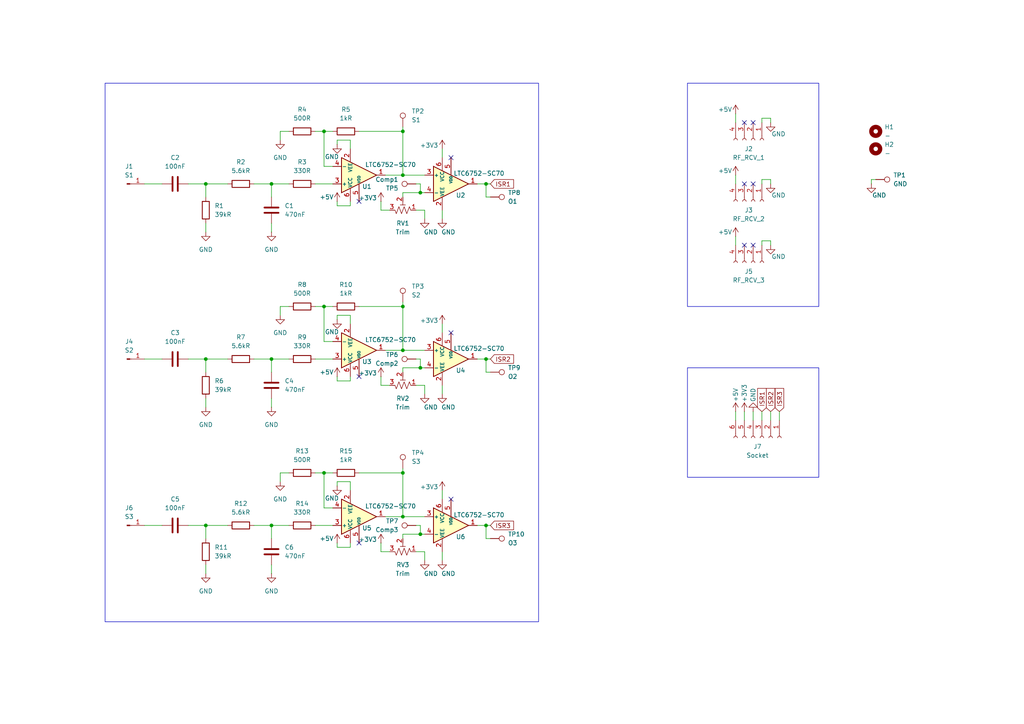
<source format=kicad_sch>
(kicad_sch (version 20231120) (generator "eeschema") (generator_version "8.0")
  (paper "A4")
  (lib_symbols
    (symbol "Comparator:LTC6752xSC6-4" (pin_names (offset 0.127))
      (property "Reference" "U" (at 3.81 -5.08 0))
      (property "Value" "LTC6752xSC6-4" (at 3.81 -7.62 0))
      (symbol "LTC6752xSC6-4_1_1"
        (polyline (pts (xy -5.08 5.08) (xy 5.08 0) (xy -5.08 -5.08) (xy -5.08 5.08)) (stroke (width 0.254)) (fill (type background)))
        (pin output line (at 7.62 0 180) (length 2.54) (name "~") (number "1"))
        (pin power_in line (at -2.54 -7.62 90) (length 3.81) (name "VEE") (number "2"))
        (pin input line (at -7.62 2.54 0) (length 2.54) (name "+") (number "3"))
        (pin input line (at -7.62 -2.54 0) (length 2.54) (name "-") (number "4"))
        (pin power_in line (at 0 7.62 270) (length 5.08) (name "VDD") (number "5"))
        (pin power_in line (at -2.54 7.62 270) (length 3.81) (name "VCC") (number "6"))
      )
    )
    (symbol "Connector:Conn_01x01_Pin" (pin_names (offset 1.016) hide)
      (property "Reference" "J" (at 0 2.54 0))
      (property "Value" "Conn_01x01_Pin" (at 0 -2.54 0))
      (symbol "Conn_01x01_Pin_1_1"
        (polyline (pts (xy 1.27 0) (xy 0.8636 0)) (stroke (width 0.1524)))
        (rectangle (start 0.8636 0.127) (end 0 -0.127) (stroke (width 0.1524)) (fill (type outline)))
        (pin passive line (at 5.08 0 180) (length 3.81) (name "Pin_1") (number "1"))
      )
    )
    (symbol "Connector:Conn_01x04_Socket" (pin_names (offset 1.016) hide)
      (property "Reference" "J" (at 0 5.08 0))
      (property "Value" "Conn_01x04_Socket" (at 0 -7.62 0))
      (symbol "Conn_01x04_Socket_1_1"
        (arc (start 0 -4.572) (mid -0.5058 -5.08) (end 0 -5.588) (stroke (width 0.1524)))
        (arc (start 0 -2.032) (mid -0.5058 -2.54) (end 0 -3.048) (stroke (width 0.1524)))
        (polyline (pts (xy -1.27 -5.08) (xy -0.508 -5.08)) (stroke (width 0.1524)))
        (polyline (pts (xy -1.27 -2.54) (xy -0.508 -2.54)) (stroke (width 0.1524)))
        (polyline (pts (xy -1.27 0) (xy -0.508 0)) (stroke (width 0.1524)))
        (polyline (pts (xy -1.27 2.54) (xy -0.508 2.54)) (stroke (width 0.1524)))
        (arc (start 0 0.508) (mid -0.5058 0) (end 0 -0.508) (stroke (width 0.1524)))
        (arc (start 0 3.048) (mid -0.5058 2.54) (end 0 2.032) (stroke (width 0.1524)))
        (pin passive line (at -5.08 2.54 0) (length 3.81) (name "Pin_1") (number "1"))
        (pin passive line (at -5.08 0 0) (length 3.81) (name "Pin_2") (number "2"))
        (pin passive line (at -5.08 -2.54 0) (length 3.81) (name "Pin_3") (number "3"))
        (pin passive line (at -5.08 -5.08 0) (length 3.81) (name "Pin_4") (number "4"))
      )
    )
    (symbol "Connector:Conn_01x06_Socket" (pin_names (offset 1.016) hide)
      (property "Reference" "J" (at 0 7.62 0))
      (property "Value" "Conn_01x06_Socket" (at 0 -10.16 0))
      (symbol "Conn_01x06_Socket_1_1"
        (arc (start 0 -7.112) (mid -0.5058 -7.62) (end 0 -8.128) (stroke (width 0.1524)))
        (arc (start 0 -4.572) (mid -0.5058 -5.08) (end 0 -5.588) (stroke (width 0.1524)))
        (arc (start 0 -2.032) (mid -0.5058 -2.54) (end 0 -3.048) (stroke (width 0.1524)))
        (polyline (pts (xy -1.27 -7.62) (xy -0.508 -7.62)) (stroke (width 0.1524)))
        (polyline (pts (xy -1.27 -5.08) (xy -0.508 -5.08)) (stroke (width 0.1524)))
        (polyline (pts (xy -1.27 -2.54) (xy -0.508 -2.54)) (stroke (width 0.1524)))
        (polyline (pts (xy -1.27 0) (xy -0.508 0)) (stroke (width 0.1524)))
        (polyline (pts (xy -1.27 2.54) (xy -0.508 2.54)) (stroke (width 0.1524)))
        (polyline (pts (xy -1.27 5.08) (xy -0.508 5.08)) (stroke (width 0.1524)))
        (arc (start 0 0.508) (mid -0.5058 0) (end 0 -0.508) (stroke (width 0.1524)))
        (arc (start 0 3.048) (mid -0.5058 2.54) (end 0 2.032) (stroke (width 0.1524)))
        (arc (start 0 5.588) (mid -0.5058 5.08) (end 0 4.572) (stroke (width 0.1524)))
        (pin passive line (at -5.08 5.08 0) (length 3.81) (name "Pin_1") (number "1"))
        (pin passive line (at -5.08 2.54 0) (length 3.81) (name "Pin_2") (number "2"))
        (pin passive line (at -5.08 0 0) (length 3.81) (name "Pin_3") (number "3"))
        (pin passive line (at -5.08 -2.54 0) (length 3.81) (name "Pin_4") (number "4"))
        (pin passive line (at -5.08 -5.08 0) (length 3.81) (name "Pin_5") (number "5"))
        (pin passive line (at -5.08 -7.62 0) (length 3.81) (name "Pin_6") (number "6"))
      )
    )
    (symbol "Connector:TestPoint" (pin_numbers hide) (pin_names (offset 0.762) hide)
      (property "Reference" "TP" (at 0 6.858 0))
      (property "Value" "TestPoint" (at 0 5.08 0))
      (symbol "TestPoint_0_1"
        (circle (center 0 3.302) (radius 0.762))
      )
      (symbol "TestPoint_1_1"
        (pin passive line (at 0 0 90) (length 2.54) (name "1") (number "1"))
      )
    )
    (symbol "Device:C" (pin_numbers hide) (pin_names (offset 0.254))
      (property "Reference" "C" (at 0.635 2.54 0))
      (property "Value" "C" (at 0.635 -2.54 0))
      (symbol "C_0_1"
        (polyline (pts (xy -2.032 -0.762) (xy 2.032 -0.762)) (stroke (width 0.508)))
        (polyline (pts (xy -2.032 0.762) (xy 2.032 0.762)) (stroke (width 0.508)))
      )
      (symbol "C_1_1"
        (pin passive line (at 0 3.81 270) (length 2.794) (name "~") (number "1"))
        (pin passive line (at 0 -3.81 90) (length 2.794) (name "~") (number "2"))
      )
    )
    (symbol "Device:R" (pin_numbers hide) (pin_names (offset 0))
      (property "Reference" "R" (at 2.032 0 90))
      (property "Value" "R" (at 0 0 90))
      (symbol "R_0_1"
        (rectangle (start -1.016 -2.54) (end 1.016 2.54) (stroke (width 0.254)))
      )
      (symbol "R_1_1"
        (pin passive line (at 0 3.81 270) (length 1.27) (name "~") (number "1"))
        (pin passive line (at 0 -3.81 90) (length 1.27) (name "~") (number "2"))
      )
    )
    (symbol "Device:R_Potentiometer_Trim_US" (pin_names (offset 1.016) hide)
      (property "Reference" "RV" (at -4.445 0 90))
      (property "Value" "R_Potentiometer_Trim_US" (at -2.54 0 90))
      (symbol "R_Potentiometer_Trim_US_0_1"
        (polyline (pts (xy 0 -2.286) (xy 0 -2.54)))
        (polyline (pts (xy 0 2.286) (xy 0 2.54)))
        (polyline (pts (xy 1.524 0.762) (xy 1.524 -0.762)))
        (polyline (pts (xy 2.54 0) (xy 1.524 0)))
        (polyline (pts (xy 0 -0.762) (xy 1.016 -1.143) (xy 0 -1.524) (xy -1.016 -1.905) (xy 0 -2.286)))
        (polyline (pts (xy 0 0.762) (xy 1.016 0.381) (xy 0 0) (xy -1.016 -0.381) (xy 0 -0.762)))
        (polyline (pts (xy 0 2.286) (xy 1.016 1.905) (xy 0 1.524) (xy -1.016 1.143) (xy 0 0.762)))
      )
      (symbol "R_Potentiometer_Trim_US_1_1"
        (pin passive line (at 0 3.81 270) (length 1.27) (name "1") (number "1"))
        (pin passive line (at 3.81 0 180) (length 1.27) (name "2") (number "2"))
        (pin passive line (at 0 -3.81 90) (length 1.27) (name "3") (number "3"))
      )
    )
    (symbol "Mechanical:MountingHole" (pin_names (offset 1.016)) (exclude_from_sim yes) (in_bom no)
      (property "Reference" "H" (at 0 5.08 0))
      (property "Value" "MountingHole" (at 0 3.175 0))
      (symbol "MountingHole_0_1"
        (circle (center 0 0) (radius 1.27) (stroke (width 1.27)))
      )
    )
    (symbol "power:+3V3" (power) (pin_numbers hide) (pin_names (offset 0) hide)
      (property "Value" "+3V3" (at 0 3.556 0))
      (symbol "+3V3_0_1"
        (polyline (pts (xy -0.762 1.27) (xy 0 2.54)))
        (polyline (pts (xy 0 0) (xy 0 2.54)))
        (polyline (pts (xy 0 2.54) (xy 0.762 1.27)))
      )
      (symbol "+3V3_1_1"
        (pin power_in line (at 0 0 90) (length 0) (name "~") (number "1"))
      )
    )
    (symbol "power:+5V" (power) (pin_numbers hide) (pin_names (offset 0) hide)
      (property "Value" "+5V" (at 0 3.556 0))
      (symbol "+5V_0_1"
        (polyline (pts (xy -0.762 1.27) (xy 0 2.54)))
        (polyline (pts (xy 0 0) (xy 0 2.54)))
        (polyline (pts (xy 0 2.54) (xy 0.762 1.27)))
      )
      (symbol "+5V_1_1"
        (pin power_in line (at 0 0 90) (length 0) (name "~") (number "1"))
      )
    )
    (symbol "power:GND" (power) (pin_numbers hide) (pin_names (offset 0) hide)
      (property "Value" "GND" (at 0 -3.81 0))
      (symbol "GND_0_1"
        (polyline (pts (xy 0 0) (xy 0 -1.27) (xy 1.27 -1.27) (xy 0 -2.54) (xy -1.27 -1.27) (xy 0 -1.27)))
      )
      (symbol "GND_1_1"
        (pin power_in line (at 0 0 270) (length 0) (name "~") (number "1"))
      )
    )
  )
  (junction (at 93.98 38.1))
  (junction (at 116.84 149.86))
  (junction (at 140.97 104.14))
  (junction (at 116.84 38.1))
  (junction (at 59.69 152.4))
  (junction (at 140.97 152.4))
  (junction (at 116.84 50.8))
  (junction (at 78.74 104.14))
  (junction (at 140.97 53.34))
  (junction (at 59.69 53.34))
  (junction (at 121.92 55.88))
  (junction (at 59.69 104.14))
  (junction (at 93.98 88.9))
  (junction (at 116.84 137.16))
  (junction (at 121.92 154.94))
  (junction (at 116.84 101.6))
  (junction (at 78.74 53.34))
  (junction (at 121.92 106.68))
  (junction (at 78.74 152.4))
  (junction (at 93.98 137.16))
  (junction (at 116.84 88.9))
  (no_connect (at 130.81 144.78))
  (no_connect (at 218.44 71.12))
  (no_connect (at 215.9 35.56))
  (no_connect (at 104.14 157.48))
  (no_connect (at 130.81 45.72))
  (no_connect (at 104.14 58.42))
  (no_connect (at 104.14 109.22))
  (no_connect (at 218.44 35.56))
  (no_connect (at 215.9 71.12))
  (no_connect (at 218.44 53.34))
  (no_connect (at 215.9 53.34))
  (no_connect (at 130.81 96.52))
  (wire (pts (xy 97.79 91.44) (xy 101.6 91.44)))
  (wire (pts (xy 128.27 111.76) (xy 128.27 114.3)))
  (wire (pts (xy 128.27 93.98) (xy 128.27 96.52)))
  (wire (pts (xy 110.49 109.22) (xy 110.49 111.76)))
  (wire (pts (xy 93.98 48.26) (xy 93.98 38.1)))
  (wire (pts (xy 123.19 160.02) (xy 123.19 162.56)))
  (wire (pts (xy 91.44 152.4) (xy 96.52 152.4)))
  (wire (pts (xy 252.73 53.34) (xy 252.73 52.07)))
  (wire (pts (xy 59.69 152.4) (xy 59.69 156.21)))
  (wire (pts (xy 213.36 50.8) (xy 213.36 53.34)))
  (wire (pts (xy 97.79 139.7) (xy 101.6 139.7)))
  (wire (pts (xy 101.6 139.7) (xy 101.6 142.24)))
  (wire (pts (xy 83.82 38.1) (xy 81.28 38.1)))
  (wire (pts (xy 78.74 53.34) (xy 78.74 57.15)))
  (wire (pts (xy 91.44 104.14) (xy 96.52 104.14)))
  (wire (pts (xy 101.6 91.44) (xy 101.6 93.98)))
  (wire (pts (xy 91.44 137.16) (xy 93.98 137.16)))
  (wire (pts (xy 83.82 88.9) (xy 81.28 88.9)))
  (wire (pts (xy 223.52 69.85) (xy 223.52 71.12)))
  (wire (pts (xy 97.79 110.49) (xy 101.6 110.49)))
  (wire (pts (xy 91.44 38.1) (xy 93.98 38.1)))
  (wire (pts (xy 91.44 88.9) (xy 93.98 88.9)))
  (wire (pts (xy 93.98 88.9) (xy 96.52 88.9)))
  (wire (pts (xy 220.98 35.56) (xy 220.98 34.29)))
  (wire (pts (xy 93.98 38.1) (xy 96.52 38.1)))
  (wire (pts (xy 78.74 115.57) (xy 78.74 118.11)))
  (wire (pts (xy 96.52 48.26) (xy 93.98 48.26)))
  (wire (pts (xy 220.98 52.07) (xy 223.52 52.07)))
  (wire (pts (xy 120.65 104.14) (xy 121.92 104.14)))
  (wire (pts (xy 59.69 104.14) (xy 59.69 107.95)))
  (wire (pts (xy 213.36 119.38) (xy 213.36 121.92)))
  (wire (pts (xy 78.74 104.14) (xy 78.74 107.95)))
  (wire (pts (xy 138.43 152.4) (xy 140.97 152.4)))
  (wire (pts (xy 116.84 88.9) (xy 116.84 101.6)))
  (wire (pts (xy 97.79 59.69) (xy 101.6 59.69)))
  (wire (pts (xy 116.84 137.16) (xy 116.84 149.86)))
  (wire (pts (xy 140.97 104.14) (xy 140.97 107.95)))
  (wire (pts (xy 116.84 106.68) (xy 121.92 106.68)))
  (wire (pts (xy 97.79 157.48) (xy 97.79 158.75)))
  (wire (pts (xy 138.43 104.14) (xy 140.97 104.14)))
  (wire (pts (xy 140.97 152.4) (xy 140.97 156.21)))
  (wire (pts (xy 116.84 149.86) (xy 123.19 149.86)))
  (wire (pts (xy 83.82 137.16) (xy 81.28 137.16)))
  (wire (pts (xy 97.79 109.22) (xy 97.79 110.49)))
  (wire (pts (xy 218.44 119.38) (xy 218.44 121.92)))
  (wire (pts (xy 128.27 160.02) (xy 128.27 162.56)))
  (wire (pts (xy 81.28 137.16) (xy 81.28 139.7)))
  (wire (pts (xy 111.76 101.6) (xy 116.84 101.6)))
  (wire (pts (xy 41.91 152.4) (xy 46.99 152.4)))
  (wire (pts (xy 123.19 111.76) (xy 123.19 114.3)))
  (wire (pts (xy 93.98 137.16) (xy 96.52 137.16)))
  (wire (pts (xy 116.84 38.1) (xy 116.84 50.8)))
  (wire (pts (xy 78.74 64.77) (xy 78.74 67.31)))
  (wire (pts (xy 54.61 104.14) (xy 59.69 104.14)))
  (wire (pts (xy 140.97 152.4) (xy 142.24 152.4)))
  (wire (pts (xy 110.49 160.02) (xy 113.03 160.02)))
  (wire (pts (xy 97.79 91.44) (xy 97.79 92.71)))
  (wire (pts (xy 66.04 53.34) (xy 59.69 53.34)))
  (wire (pts (xy 223.52 52.07) (xy 223.52 53.34)))
  (wire (pts (xy 110.49 157.48) (xy 110.49 160.02)))
  (wire (pts (xy 120.65 60.96) (xy 123.19 60.96)))
  (wire (pts (xy 220.98 119.38) (xy 220.98 121.92)))
  (wire (pts (xy 81.28 38.1) (xy 81.28 40.64)))
  (wire (pts (xy 121.92 104.14) (xy 121.92 106.68)))
  (wire (pts (xy 93.98 147.32) (xy 93.98 137.16)))
  (wire (pts (xy 78.74 152.4) (xy 78.74 156.21)))
  (wire (pts (xy 78.74 152.4) (xy 83.82 152.4)))
  (wire (pts (xy 140.97 53.34) (xy 142.24 53.34)))
  (wire (pts (xy 73.66 152.4) (xy 78.74 152.4)))
  (wire (pts (xy 116.84 55.88) (xy 121.92 55.88)))
  (wire (pts (xy 128.27 60.96) (xy 128.27 63.5)))
  (wire (pts (xy 97.79 40.64) (xy 101.6 40.64)))
  (wire (pts (xy 73.66 53.34) (xy 78.74 53.34)))
  (wire (pts (xy 120.65 160.02) (xy 123.19 160.02)))
  (wire (pts (xy 97.79 139.7) (xy 97.79 140.97)))
  (wire (pts (xy 54.61 152.4) (xy 59.69 152.4)))
  (wire (pts (xy 120.65 53.34) (xy 121.92 53.34)))
  (wire (pts (xy 97.79 40.64) (xy 97.79 41.91)))
  (wire (pts (xy 110.49 60.96) (xy 113.03 60.96)))
  (wire (pts (xy 111.76 149.86) (xy 116.84 149.86)))
  (wire (pts (xy 220.98 53.34) (xy 220.98 52.07)))
  (wire (pts (xy 97.79 158.75) (xy 101.6 158.75)))
  (wire (pts (xy 59.69 53.34) (xy 59.69 57.15)))
  (wire (pts (xy 116.84 101.6) (xy 123.19 101.6)))
  (wire (pts (xy 116.84 50.8) (xy 123.19 50.8)))
  (wire (pts (xy 116.84 36.83) (xy 116.84 38.1)))
  (wire (pts (xy 81.28 88.9) (xy 81.28 91.44)))
  (wire (pts (xy 223.52 119.38) (xy 223.52 121.92)))
  (wire (pts (xy 220.98 71.12) (xy 220.98 69.85)))
  (wire (pts (xy 41.91 53.34) (xy 46.99 53.34)))
  (wire (pts (xy 91.44 53.34) (xy 96.52 53.34)))
  (wire (pts (xy 78.74 104.14) (xy 83.82 104.14)))
  (wire (pts (xy 121.92 55.88) (xy 123.19 55.88)))
  (wire (pts (xy 96.52 147.32) (xy 93.98 147.32)))
  (wire (pts (xy 101.6 40.64) (xy 101.6 43.18)))
  (wire (pts (xy 116.84 107.95) (xy 116.84 106.68)))
  (wire (pts (xy 54.61 53.34) (xy 59.69 53.34)))
  (wire (pts (xy 142.24 107.95) (xy 140.97 107.95)))
  (wire (pts (xy 59.69 64.77) (xy 59.69 67.31)))
  (wire (pts (xy 116.84 135.89) (xy 116.84 137.16)))
  (wire (pts (xy 121.92 154.94) (xy 123.19 154.94)))
  (wire (pts (xy 142.24 156.21) (xy 140.97 156.21)))
  (wire (pts (xy 101.6 109.22) (xy 101.6 110.49)))
  (wire (pts (xy 66.04 152.4) (xy 59.69 152.4)))
  (wire (pts (xy 41.91 104.14) (xy 46.99 104.14)))
  (wire (pts (xy 120.65 111.76) (xy 123.19 111.76)))
  (wire (pts (xy 140.97 53.34) (xy 140.97 57.15)))
  (wire (pts (xy 110.49 58.42) (xy 110.49 60.96)))
  (wire (pts (xy 93.98 99.06) (xy 93.98 88.9)))
  (wire (pts (xy 142.24 57.15) (xy 140.97 57.15)))
  (wire (pts (xy 121.92 152.4) (xy 121.92 154.94)))
  (wire (pts (xy 104.14 137.16) (xy 116.84 137.16)))
  (wire (pts (xy 252.73 52.07) (xy 254 52.07)))
  (wire (pts (xy 128.27 43.18) (xy 128.27 45.72)))
  (wire (pts (xy 73.66 104.14) (xy 78.74 104.14)))
  (wire (pts (xy 78.74 163.83) (xy 78.74 166.37)))
  (wire (pts (xy 66.04 104.14) (xy 59.69 104.14)))
  (wire (pts (xy 97.79 58.42) (xy 97.79 59.69)))
  (wire (pts (xy 120.65 152.4) (xy 121.92 152.4)))
  (wire (pts (xy 116.84 156.21) (xy 116.84 154.94)))
  (wire (pts (xy 111.76 50.8) (xy 116.84 50.8)))
  (wire (pts (xy 226.06 119.38) (xy 226.06 121.92)))
  (wire (pts (xy 59.69 163.83) (xy 59.69 166.37)))
  (wire (pts (xy 110.49 111.76) (xy 113.03 111.76)))
  (wire (pts (xy 59.69 115.57) (xy 59.69 118.11)))
  (wire (pts (xy 116.84 154.94) (xy 121.92 154.94)))
  (wire (pts (xy 128.27 142.24) (xy 128.27 144.78)))
  (wire (pts (xy 121.92 106.68) (xy 123.19 106.68)))
  (wire (pts (xy 121.92 53.34) (xy 121.92 55.88)))
  (wire (pts (xy 104.14 88.9) (xy 116.84 88.9)))
  (wire (pts (xy 215.9 119.38) (xy 215.9 121.92)))
  (wire (pts (xy 140.97 104.14) (xy 142.24 104.14)))
  (wire (pts (xy 78.74 53.34) (xy 83.82 53.34)))
  (wire (pts (xy 101.6 58.42) (xy 101.6 59.69)))
  (wire (pts (xy 213.36 68.58) (xy 213.36 71.12)))
  (wire (pts (xy 104.14 38.1) (xy 116.84 38.1)))
  (wire (pts (xy 223.52 34.29) (xy 223.52 35.56)))
  (wire (pts (xy 220.98 69.85) (xy 223.52 69.85)))
  (wire (pts (xy 213.36 33.02) (xy 213.36 35.56)))
  (wire (pts (xy 220.98 34.29) (xy 223.52 34.29)))
  (wire (pts (xy 116.84 57.15) (xy 116.84 55.88)))
  (wire (pts (xy 96.52 99.06) (xy 93.98 99.06)))
  (wire (pts (xy 138.43 53.34) (xy 140.97 53.34)))
  (wire (pts (xy 101.6 157.48) (xy 101.6 158.75)))
  (wire (pts (xy 116.84 87.63) (xy 116.84 88.9)))
  (wire (pts (xy 123.19 60.96) (xy 123.19 63.5)))
  (rectangle (start 199.39 106.68) (end 237.49 138.43))
  (rectangle (start 30.48 24.13) (end 156.21 180.34))
  (rectangle (start 199.39 24.13) (end 237.49 88.9))
  (global_label "ISR3" (shape input) (at 226.06 119.38 90) (property "Intersheetrefs" "${INTERSHEET_REFS}" (effects (hide yes))))
  (global_label "ISR1" (shape input) (at 142.24 53.34 0) (property "Intersheetrefs" "${INTERSHEET_REFS}" (effects (hide yes))))
  (global_label "ISR3" (shape input) (at 142.24 152.4 0) (property "Intersheetrefs" "${INTERSHEET_REFS}" (effects (hide yes))))
  (global_label "ISR1" (shape input) (at 220.98 119.38 90) (property "Intersheetrefs" "${INTERSHEET_REFS}" (effects (hide yes))))
  (global_label "ISR2" (shape input) (at 223.52 119.38 90) (property "Intersheetrefs" "${INTERSHEET_REFS}" (effects (hide yes))))
  (global_label "ISR2" (shape input) (at 142.24 104.14 0) (property "Intersheetrefs" "${INTERSHEET_REFS}" (effects (hide yes))))
  (symbol (lib_id "power:GND") (at 252.73 53.34 0) (unit 1)
    (property "Reference" "#PWR037" (effects (hide yes)))
    (property "Value" "GND" (at 255.016 56.642 0))
    (property "Description" "Power symbol creates a global label with name \"GND\" , ground" (effects (hide yes)))
  )
  (symbol (lib_id "power:+3V3") (at 128.27 142.24 0) (unit 1)
    (property "Reference" "#PWR032" (effects (hide yes)))
    (property "Value" "+3V3" (at 124.46 141.224 0))
    (property "Description" "Power symbol creates a global label with name \"+3V3\"" (effects (hide yes)))
  )
  (symbol (lib_id "power:+5V") (at 213.36 68.58 0) (unit 1)
    (property "Reference" "#PWR023" (effects (hide yes)))
    (property "Value" "+5V" (at 210.312 67.31 0))
    (property "Description" "Power symbol creates a global label with name \"+5V\"" (effects (hide yes)))
  )
  (symbol (lib_id "Mechanical:MountingHole") (at 254 38.1 0) (unit 1) (exclude_from_sim yes) (in_bom no)
    (property "Reference" "H1" (at 256.54 36.8299 0) (effects (justify left)))
    (property "Value" "-" (at 256.54 39.3699 0) (effects (justify left)))
    (property "Footprint" "MountingHole:MountingHole_3.2mm_M3_ISO14580" (effects (hide yes)))
    (property "Description" "Mounting Hole without connection" (effects (hide yes)))
  )
  (symbol (lib_id "power:+5V") (at 97.79 157.48 0) (unit 1)
    (property "Reference" "#PWR029" (effects (hide yes)))
    (property "Value" "+5V" (at 94.742 156.21 0))
    (property "Description" "Power symbol creates a global label with name \"+5V\"" (effects (hide yes)))
  )
  (symbol (lib_id "Connector:TestPoint") (at 142.24 156.21 270) (unit 1)
    (property "Reference" "TP10" (at 147.32 154.9399 90) (effects (justify left)))
    (property "Value" "O3" (at 147.32 157.4799 90) (effects (justify left)))
    (property "Footprint" "Connector_PinHeader_2.54mm:PinHeader_1x01_P2.54mm_Vertical" (effects (hide yes)))
    (property "Description" "test point" (effects (hide yes)))
  )
  (symbol (lib_id "Comparator:LTC6752xSC6-4") (at 104.14 101.6 0) (mirror x) (unit 1)
    (property "Reference" "U3" (at 106.426 104.902 0))
    (property "Value" "LTC6752-SC70" (at 113.284 98.552 0))
    (property "Footprint" "Package_TO_SOT_SMD:SOT-363_SC-70-6" (effects (hide yes)))
    (property "Datasheet" "https://www.analog.com/media/en/technical-documentation/data-sheets/6752fc.pdf" (effects (hide yes)))
    (property "Description" "Single 280Mhz 2.9ns Comparator, Rail-to-Rail Inputs, CMOS Output, SC-70" (effects (hide yes)))
  )
  (symbol (lib_id "Device:R_Potentiometer_Trim_US") (at 116.84 60.96 270) (mirror x) (unit 1)
    (property "Reference" "RV1" (at 116.84 64.77 90))
    (property "Value" "Trim" (at 116.84 67.31 90))
    (property "Footprint" "282S:282S" (effects (hide yes)))
    (property "Description" "Trim-potentiometer, US symbol" (effects (hide yes)))
  )
  (symbol (lib_id "power:GND") (at 78.74 166.37 0) (unit 1)
    (property "Reference" "#PWR026" (effects (hide yes)))
    (property "Value" "GND" (at 78.74 171.45 0))
    (property "Description" "Power symbol creates a global label with name \"GND\" , ground" (effects (hide yes)))
  )
  (symbol (lib_id "Connector:Conn_01x01_Pin") (at 36.83 104.14 0) (unit 1)
    (property "Reference" "J4" (at 37.465 99.06 0))
    (property "Value" "S2" (at 37.465 101.6 0))
    (property "Footprint" "Connector_PinHeader_2.54mm:PinHeader_1x01_P2.54mm_Vertical" (effects (hide yes)))
    (property "Description" "Generic connector, single row, 01x01, script generated" (effects (hide yes)))
  )
  (symbol (lib_id "Device:R_Potentiometer_Trim_US") (at 116.84 160.02 270) (mirror x) (unit 1)
    (property "Reference" "RV3" (at 116.84 163.83 90))
    (property "Value" "Trim" (at 116.84 166.37 90))
    (property "Footprint" "282S:282S" (effects (hide yes)))
    (property "Description" "Trim-potentiometer, US symbol" (effects (hide yes)))
  )
  (symbol (lib_id "power:GND") (at 128.27 114.3 0) (unit 1)
    (property "Reference" "#PWR022" (effects (hide yes)))
    (property "Value" "GND" (at 130.048 118.11 0))
    (property "Description" "Power symbol creates a global label with name \"GND\" , ground" (effects (hide yes)))
  )
  (symbol (lib_id "power:GND") (at 223.52 53.34 0) (unit 1)
    (property "Reference" "#PWR013" (effects (hide yes)))
    (property "Value" "GND" (at 225.806 56.642 0))
    (property "Description" "Power symbol creates a global label with name \"GND\" , ground" (effects (hide yes)))
  )
  (symbol (lib_id "Connector:TestPoint") (at 116.84 36.83 0) (unit 1)
    (property "Reference" "TP2" (at 119.38 32.2579 0) (effects (justify left)))
    (property "Value" "S1" (at 119.38 34.7979 0) (effects (justify left)))
    (property "Footprint" "Connector_PinHeader_2.54mm:PinHeader_1x01_P2.54mm_Vertical" (effects (hide yes)))
    (property "Description" "test point" (effects (hide yes)))
  )
  (symbol (lib_id "power:GND") (at 223.52 71.12 0) (unit 1)
    (property "Reference" "#PWR024" (effects (hide yes)))
    (property "Value" "GND" (at 225.806 74.422 0))
    (property "Description" "Power symbol creates a global label with name \"GND\" , ground" (effects (hide yes)))
  )
  (symbol (lib_id "Device:C") (at 50.8 104.14 90) (unit 1)
    (property "Reference" "C3" (at 50.8 96.52 90))
    (property "Value" "100nF" (at 50.8 99.06 90))
    (property "Footprint" "Capacitor_THT:C_Disc_D5.0mm_W2.5mm_P2.50mm" (effects (hide yes)))
    (property "Description" "Unpolarized capacitor" (effects (hide yes)))
  )
  (symbol (lib_id "power:GND") (at 59.69 67.31 0) (unit 1)
    (property "Reference" "#PWR01" (effects (hide yes)))
    (property "Value" "GND" (at 59.69 72.39 0))
    (property "Description" "Power symbol creates a global label with name \"GND\" , ground" (effects (hide yes)))
  )
  (symbol (lib_id "Connector:Conn_01x01_Pin") (at 36.83 53.34 0) (unit 1)
    (property "Reference" "J1" (at 37.465 48.26 0))
    (property "Value" "S1" (at 37.465 50.8 0))
    (property "Footprint" "Connector_PinHeader_2.54mm:PinHeader_1x01_P2.54mm_Vertical" (effects (hide yes)))
    (property "Description" "Generic connector, single row, 01x01, script generated" (effects (hide yes)))
  )
  (symbol (lib_id "power:+5V") (at 97.79 109.22 0) (unit 1)
    (property "Reference" "#PWR018" (effects (hide yes)))
    (property "Value" "+5V" (at 94.742 107.95 0))
    (property "Description" "Power symbol creates a global label with name \"+5V\"" (effects (hide yes)))
  )
  (symbol (lib_id "power:GND") (at 97.79 41.91 0) (unit 1)
    (property "Reference" "#PWR03" (effects (hide yes)))
    (property "Value" "GND" (at 96.266 45.466 0))
    (property "Description" "Power symbol creates a global label with name \"GND\" , ground" (effects (hide yes)))
  )
  (symbol (lib_id "Device:R") (at 87.63 104.14 90) (unit 1)
    (property "Reference" "R9" (at 87.63 97.79 90))
    (property "Value" "330R" (at 87.63 100.33 90))
    (property "Footprint" "Resistor_THT:R_Axial_DIN0204_L3.6mm_D1.6mm_P2.54mm_Vertical" (effects (hide yes)))
    (property "Description" "Resistor" (effects (hide yes)))
  )
  (symbol (lib_id "power:+5V") (at 213.36 50.8 0) (unit 1)
    (property "Reference" "#PWR011" (effects (hide yes)))
    (property "Value" "+5V" (at 210.312 49.53 0))
    (property "Description" "Power symbol creates a global label with name \"+5V\"" (effects (hide yes)))
  )
  (symbol (lib_id "power:+3V3") (at 128.27 43.18 0) (unit 1)
    (property "Reference" "#PWR07" (effects (hide yes)))
    (property "Value" "+3V3" (at 124.46 42.164 0))
    (property "Description" "Power symbol creates a global label with name \"+3V3\"" (effects (hide yes)))
  )
  (symbol (lib_id "power:GND") (at 223.52 35.56 0) (unit 1)
    (property "Reference" "#PWR06" (effects (hide yes)))
    (property "Value" "GND" (at 225.806 38.862 0))
    (property "Description" "Power symbol creates a global label with name \"GND\" , ground" (effects (hide yes)))
  )
  (symbol (lib_id "power:GND") (at 123.19 114.3 0) (unit 1)
    (property "Reference" "#PWR020" (effects (hide yes)))
    (property "Value" "GND" (at 124.968 118.11 0))
    (property "Description" "Power symbol creates a global label with name \"GND\" , ground" (effects (hide yes)))
  )
  (symbol (lib_id "Device:R") (at 59.69 60.96 180) (unit 1)
    (property "Reference" "R1" (at 62.23 59.6899 0) (effects (justify right)))
    (property "Value" "39kR" (at 62.23 62.2299 0) (effects (justify right)))
    (property "Footprint" "Resistor_THT:R_Axial_DIN0204_L3.6mm_D1.6mm_P2.54mm_Vertical" (effects (hide yes)))
    (property "Description" "Resistor" (effects (hide yes)))
  )
  (symbol (lib_id "Device:R_Potentiometer_Trim_US") (at 116.84 111.76 270) (mirror x) (unit 1)
    (property "Reference" "RV2" (at 116.84 115.57 90))
    (property "Value" "Trim" (at 116.84 118.11 90))
    (property "Footprint" "282S:282S" (effects (hide yes)))
    (property "Description" "Trim-potentiometer, US symbol" (effects (hide yes)))
  )
  (symbol (lib_id "power:GND") (at 59.69 166.37 0) (unit 1)
    (property "Reference" "#PWR025" (effects (hide yes)))
    (property "Value" "GND" (at 59.69 171.45 0))
    (property "Description" "Power symbol creates a global label with name \"GND\" , ground" (effects (hide yes)))
  )
  (symbol (lib_id "Connector:TestPoint") (at 120.65 104.14 90) (mirror x) (unit 1)
    (property "Reference" "TP6" (at 115.57 102.8699 90) (effects (justify left)))
    (property "Value" "Comp2" (at 115.57 105.4099 90) (effects (justify left)))
    (property "Footprint" "Connector_PinHeader_2.54mm:PinHeader_1x01_P2.54mm_Vertical" (effects (hide yes)))
    (property "Description" "test point" (effects (hide yes)))
  )
  (symbol (lib_id "Device:R") (at 87.63 88.9 90) (unit 1)
    (property "Reference" "R8" (at 87.63 82.55 90))
    (property "Value" "500R" (at 87.63 85.09 90))
    (property "Footprint" "Resistor_THT:R_Axial_DIN0204_L3.6mm_D1.6mm_P2.54mm_Vertical" (effects (hide yes)))
    (property "Description" "Resistor" (effects (hide yes)))
  )
  (symbol (lib_id "power:GND") (at 97.79 140.97 0) (unit 1)
    (property "Reference" "#PWR028" (effects (hide yes)))
    (property "Value" "GND" (at 96.266 144.526 0))
    (property "Description" "Power symbol creates a global label with name \"GND\" , ground" (effects (hide yes)))
  )
  (symbol (lib_id "Connector:Conn_01x04_Socket") (at 218.44 40.64 270) (unit 1)
    (property "Reference" "J2" (at 217.17 43.18 90))
    (property "Value" "RF_RCV_1" (at 217.17 45.72 90))
    (property "Footprint" "Connector_PinSocket_2.54mm:PinSocket_1x04_P2.54mm_Vertical" (effects (hide yes)))
    (property "Description" "Generic connector, single row, 01x04, script generated" (effects (hide yes)))
  )
  (symbol (lib_id "Device:C") (at 50.8 152.4 90) (unit 1)
    (property "Reference" "C5" (at 50.8 144.78 90))
    (property "Value" "100nF" (at 50.8 147.32 90))
    (property "Footprint" "Capacitor_THT:C_Disc_D5.0mm_W2.5mm_P2.50mm" (effects (hide yes)))
    (property "Description" "Unpolarized capacitor" (effects (hide yes)))
  )
  (symbol (lib_id "Comparator:LTC6752xSC6-4") (at 130.81 104.14 0) (unit 1)
    (property "Reference" "U4" (at 133.604 107.442 0))
    (property "Value" "LTC6752-SC70" (at 138.938 101.092 0))
    (property "Footprint" "Package_TO_SOT_SMD:SOT-363_SC-70-6" (effects (hide yes)))
    (property "Datasheet" "https://www.analog.com/media/en/technical-documentation/data-sheets/6752fc.pdf" (effects (hide yes)))
    (property "Description" "Single 280Mhz 2.9ns Comparator, Rail-to-Rail Inputs, CMOS Output, SC-70" (effects (hide yes)))
  )
  (symbol (lib_id "Device:R") (at 87.63 137.16 90) (unit 1)
    (property "Reference" "R13" (at 87.63 130.81 90))
    (property "Value" "500R" (at 87.63 133.35 90))
    (property "Footprint" "Resistor_THT:R_Axial_DIN0204_L3.6mm_D1.6mm_P2.54mm_Vertical" (effects (hide yes)))
    (property "Description" "Resistor" (effects (hide yes)))
  )
  (symbol (lib_id "Connector:TestPoint") (at 120.65 53.34 90) (unit 1)
    (property "Reference" "TP5" (at 115.57 54.6101 90) (effects (justify left)))
    (property "Value" "Comp1" (at 115.57 52.0701 90) (effects (justify left)))
    (property "Footprint" "Connector_PinHeader_2.54mm:PinHeader_1x01_P2.54mm_Vertical" (effects (hide yes)))
    (property "Description" "test point" (effects (hide yes)))
  )
  (symbol (lib_id "power:GND") (at 81.28 139.7 0) (unit 1)
    (property "Reference" "#PWR027" (effects (hide yes)))
    (property "Value" "GND" (at 81.28 144.78 0))
    (property "Description" "Power symbol creates a global label with name \"GND\" , ground" (effects (hide yes)))
  )
  (symbol (lib_id "power:GND") (at 78.74 67.31 0) (unit 1)
    (property "Reference" "#PWR02" (effects (hide yes)))
    (property "Value" "GND" (at 78.74 72.39 0))
    (property "Description" "Power symbol creates a global label with name \"GND\" , ground" (effects (hide yes)))
  )
  (symbol (lib_id "Device:R") (at 100.33 137.16 90) (unit 1)
    (property "Reference" "R15" (at 100.33 130.81 90))
    (property "Value" "1kR" (at 100.33 133.35 90))
    (property "Footprint" "Resistor_THT:R_Axial_DIN0204_L3.6mm_D1.6mm_P2.54mm_Vertical" (effects (hide yes)))
    (property "Description" "Resistor" (effects (hide yes)))
  )
  (symbol (lib_id "Connector:TestPoint") (at 142.24 57.15 270) (unit 1)
    (property "Reference" "TP8" (at 147.32 55.8799 90) (effects (justify left)))
    (property "Value" "O1" (at 147.32 58.4199 90) (effects (justify left)))
    (property "Footprint" "Connector_PinHeader_2.54mm:PinHeader_1x01_P2.54mm_Vertical" (effects (hide yes)))
    (property "Description" "test point" (effects (hide yes)))
  )
  (symbol (lib_id "power:GND") (at 128.27 63.5 0) (unit 1)
    (property "Reference" "#PWR04" (effects (hide yes)))
    (property "Value" "GND" (at 130.048 67.31 0))
    (property "Description" "Power symbol creates a global label with name \"GND\" , ground" (effects (hide yes)))
  )
  (symbol (lib_id "Comparator:LTC6752xSC6-4") (at 104.14 50.8 0) (mirror x) (unit 1)
    (property "Reference" "U1" (at 106.426 54.102 0))
    (property "Value" "LTC6752-SC70" (at 113.284 47.752 0))
    (property "Footprint" "Package_TO_SOT_SMD:SOT-363_SC-70-6" (effects (hide yes)))
    (property "Datasheet" "https://www.analog.com/media/en/technical-documentation/data-sheets/6752fc.pdf" (effects (hide yes)))
    (property "Description" "Single 280Mhz 2.9ns Comparator, Rail-to-Rail Inputs, CMOS Output, SC-70" (effects (hide yes)))
  )
  (symbol (lib_id "Device:R") (at 69.85 104.14 90) (unit 1)
    (property "Reference" "R7" (at 69.85 97.79 90))
    (property "Value" "5.6kR" (at 69.85 100.33 90))
    (property "Footprint" "Resistor_THT:R_Axial_DIN0204_L3.6mm_D1.6mm_P2.54mm_Vertical" (effects (hide yes)))
    (property "Description" "Resistor" (effects (hide yes)))
  )
  (symbol (lib_id "power:GND") (at 81.28 91.44 0) (unit 1)
    (property "Reference" "#PWR016" (effects (hide yes)))
    (property "Value" "GND" (at 81.28 96.52 0))
    (property "Description" "Power symbol creates a global label with name \"GND\" , ground" (effects (hide yes)))
  )
  (symbol (lib_id "Device:R") (at 59.69 111.76 180) (unit 1)
    (property "Reference" "R6" (at 62.23 110.4899 0) (effects (justify right)))
    (property "Value" "39kR" (at 62.23 113.0299 0) (effects (justify right)))
    (property "Footprint" "Resistor_THT:R_Axial_DIN0204_L3.6mm_D1.6mm_P2.54mm_Vertical" (effects (hide yes)))
    (property "Description" "Resistor" (effects (hide yes)))
  )
  (symbol (lib_id "Device:R") (at 87.63 38.1 90) (unit 1)
    (property "Reference" "R4" (at 87.63 31.75 90))
    (property "Value" "500R" (at 87.63 34.29 90))
    (property "Footprint" "Resistor_THT:R_Axial_DIN0204_L3.6mm_D1.6mm_P2.54mm_Vertical" (effects (hide yes)))
    (property "Description" "Resistor" (effects (hide yes)))
  )
  (symbol (lib_id "power:+3V3") (at 215.9 119.38 0) (unit 1)
    (property "Reference" "#PWR035" (effects (hide yes)))
    (property "Value" "+3V3" (at 215.9 114.046 90))
    (property "Description" "Power symbol creates a global label with name \"+3V3\"" (effects (hide yes)))
  )
  (symbol (lib_id "Device:R") (at 87.63 152.4 90) (unit 1)
    (property "Reference" "R14" (at 87.63 146.05 90))
    (property "Value" "330R" (at 87.63 148.59 90))
    (property "Footprint" "Resistor_THT:R_Axial_DIN0204_L3.6mm_D1.6mm_P2.54mm_Vertical" (effects (hide yes)))
    (property "Description" "Resistor" (effects (hide yes)))
  )
  (symbol (lib_id "power:GND") (at 123.19 63.5 0) (unit 1)
    (property "Reference" "#PWR05" (effects (hide yes)))
    (property "Value" "GND" (at 124.968 67.31 0))
    (property "Description" "Power symbol creates a global label with name \"GND\" , ground" (effects (hide yes)))
  )
  (symbol (lib_id "Connector:Conn_01x01_Pin") (at 36.83 152.4 0) (unit 1)
    (property "Reference" "J6" (at 37.465 147.32 0))
    (property "Value" "S3" (at 37.465 149.86 0))
    (property "Footprint" "Connector_PinHeader_2.54mm:PinHeader_1x01_P2.54mm_Vertical" (effects (hide yes)))
    (property "Description" "Generic connector, single row, 01x01, script generated" (effects (hide yes)))
  )
  (symbol (lib_id "Device:C") (at 78.74 160.02 0) (unit 1)
    (property "Reference" "C6" (at 82.55 158.7499 0) (effects (justify left)))
    (property "Value" "470nF" (at 82.55 161.2899 0) (effects (justify left)))
    (property "Footprint" "Capacitor_THT:C_Disc_D4.7mm_W2.5mm_P5.00mm" (effects (hide yes)))
    (property "Description" "Unpolarized capacitor" (effects (hide yes)))
  )
  (symbol (lib_id "Connector:TestPoint") (at 120.65 152.4 90) (mirror x) (unit 1)
    (property "Reference" "TP7" (at 115.57 151.1299 90) (effects (justify left)))
    (property "Value" "Comp3" (at 115.57 153.6699 90) (effects (justify left)))
    (property "Footprint" "Connector_PinHeader_2.54mm:PinHeader_1x01_P2.54mm_Vertical" (effects (hide yes)))
    (property "Description" "test point" (effects (hide yes)))
  )
  (symbol (lib_id "Connector:Conn_01x04_Socket") (at 218.44 58.42 270) (unit 1)
    (property "Reference" "J3" (at 217.17 60.96 90))
    (property "Value" "RF_RCV_2" (at 217.17 63.5 90))
    (property "Footprint" "Connector_PinSocket_2.54mm:PinSocket_1x04_P2.54mm_Vertical" (effects (hide yes)))
    (property "Description" "Generic connector, single row, 01x04, script generated" (effects (hide yes)))
  )
  (symbol (lib_id "Device:R") (at 100.33 88.9 90) (unit 1)
    (property "Reference" "R10" (at 100.33 82.55 90))
    (property "Value" "1kR" (at 100.33 85.09 90))
    (property "Footprint" "Resistor_THT:R_Axial_DIN0204_L3.6mm_D1.6mm_P2.54mm_Vertical" (effects (hide yes)))
    (property "Description" "Resistor" (effects (hide yes)))
  )
  (symbol (lib_id "Device:R") (at 69.85 53.34 90) (unit 1)
    (property "Reference" "R2" (at 69.85 46.99 90))
    (property "Value" "5.6kR" (at 69.85 49.53 90))
    (property "Footprint" "Resistor_THT:R_Axial_DIN0204_L3.6mm_D1.6mm_P2.54mm_Vertical" (effects (hide yes)))
    (property "Description" "Resistor" (effects (hide yes)))
  )
  (symbol (lib_id "Connector:TestPoint") (at 116.84 135.89 0) (unit 1)
    (property "Reference" "TP4" (at 119.38 131.3179 0) (effects (justify left)))
    (property "Value" "S3" (at 119.38 133.8579 0) (effects (justify left)))
    (property "Footprint" "Connector_PinHeader_2.54mm:PinHeader_1x01_P2.54mm_Vertical" (effects (hide yes)))
    (property "Description" "test point" (effects (hide yes)))
  )
  (symbol (lib_id "power:GND") (at 78.74 118.11 0) (unit 1)
    (property "Reference" "#PWR015" (effects (hide yes)))
    (property "Value" "GND" (at 78.74 123.19 0))
    (property "Description" "Power symbol creates a global label with name \"GND\" , ground" (effects (hide yes)))
  )
  (symbol (lib_id "power:GND") (at 218.44 119.38 180) (unit 1)
    (property "Reference" "#PWR036" (effects (hide yes)))
    (property "Value" "GND" (at 218.44 114.554 90))
    (property "Description" "Power symbol creates a global label with name \"GND\" , ground" (effects (hide yes)))
  )
  (symbol (lib_id "Device:C") (at 50.8 53.34 90) (unit 1)
    (property "Reference" "C2" (at 50.8 45.72 90))
    (property "Value" "100nF" (at 50.8 48.26 90))
    (property "Footprint" "Capacitor_THT:C_Disc_D5.0mm_W2.5mm_P2.50mm" (effects (hide yes)))
    (property "Description" "Unpolarized capacitor" (effects (hide yes)))
  )
  (symbol (lib_id "Connector:TestPoint") (at 142.24 107.95 270) (unit 1)
    (property "Reference" "TP9" (at 147.32 106.6799 90) (effects (justify left)))
    (property "Value" "O2" (at 147.32 109.2199 90) (effects (justify left)))
    (property "Footprint" "Connector_PinHeader_2.54mm:PinHeader_1x01_P2.54mm_Vertical" (effects (hide yes)))
    (property "Description" "test point" (effects (hide yes)))
  )
  (symbol (lib_id "power:GND") (at 128.27 162.56 0) (unit 1)
    (property "Reference" "#PWR033" (effects (hide yes)))
    (property "Value" "GND" (at 130.048 166.37 0))
    (property "Description" "Power symbol creates a global label with name \"GND\" , ground" (effects (hide yes)))
  )
  (symbol (lib_id "Connector:TestPoint") (at 116.84 87.63 0) (unit 1)
    (property "Reference" "TP3" (at 119.38 83.0579 0) (effects (justify left)))
    (property "Value" "S2" (at 119.38 85.5979 0) (effects (justify left)))
    (property "Footprint" "Connector_PinHeader_2.54mm:PinHeader_1x01_P2.54mm_Vertical" (effects (hide yes)))
    (property "Description" "test point" (effects (hide yes)))
  )
  (symbol (lib_id "power:+3V3") (at 128.27 93.98 0) (unit 1)
    (property "Reference" "#PWR021" (effects (hide yes)))
    (property "Value" "+3V3" (at 124.46 92.964 0))
    (property "Description" "Power symbol creates a global label with name \"+3V3\"" (effects (hide yes)))
  )
  (symbol (lib_id "power:GND") (at 59.69 118.11 0) (unit 1)
    (property "Reference" "#PWR014" (effects (hide yes)))
    (property "Value" "GND" (at 59.69 123.19 0))
    (property "Description" "Power symbol creates a global label with name \"GND\" , ground" (effects (hide yes)))
  )
  (symbol (lib_id "Device:R") (at 100.33 38.1 90) (unit 1)
    (property "Reference" "R5" (at 100.33 31.75 90))
    (property "Value" "1kR" (at 100.33 34.29 90))
    (property "Footprint" "Resistor_THT:R_Axial_DIN0204_L3.6mm_D1.6mm_P2.54mm_Vertical" (effects (hide yes)))
    (property "Description" "Resistor" (effects (hide yes)))
  )
  (symbol (lib_id "power:+3V3") (at 110.49 109.22 0) (unit 1)
    (property "Reference" "#PWR019" (effects (hide yes)))
    (property "Value" "+3V3" (at 106.68 108.204 0))
    (property "Description" "Power symbol creates a global label with name \"+3V3\"" (effects (hide yes)))
  )
  (symbol (lib_id "Comparator:LTC6752xSC6-4") (at 104.14 149.86 0) (mirror x) (unit 1)
    (property "Reference" "U5" (at 106.426 153.162 0))
    (property "Value" "LTC6752-SC70" (at 113.284 146.812 0))
    (property "Footprint" "Package_TO_SOT_SMD:SOT-363_SC-70-6" (effects (hide yes)))
    (property "Datasheet" "https://www.analog.com/media/en/technical-documentation/data-sheets/6752fc.pdf" (effects (hide yes)))
    (property "Description" "Single 280Mhz 2.9ns Comparator, Rail-to-Rail Inputs, CMOS Output, SC-70" (effects (hide yes)))
  )
  (symbol (lib_id "Comparator:LTC6752xSC6-4") (at 130.81 152.4 0) (unit 1)
    (property "Reference" "U6" (at 133.604 155.702 0))
    (property "Value" "LTC6752-SC70" (at 138.938 149.352 0))
    (property "Footprint" "Package_TO_SOT_SMD:SOT-363_SC-70-6" (effects (hide yes)))
    (property "Datasheet" "https://www.analog.com/media/en/technical-documentation/data-sheets/6752fc.pdf" (effects (hide yes)))
    (property "Description" "Single 280Mhz 2.9ns Comparator, Rail-to-Rail Inputs, CMOS Output, SC-70" (effects (hide yes)))
  )
  (symbol (lib_id "power:+5V") (at 213.36 33.02 0) (unit 1)
    (property "Reference" "#PWR09" (effects (hide yes)))
    (property "Value" "+5V" (at 210.312 31.75 0))
    (property "Description" "Power symbol creates a global label with name \"+5V\"" (effects (hide yes)))
  )
  (symbol (lib_id "Device:R") (at 59.69 160.02 180) (unit 1)
    (property "Reference" "R11" (at 62.23 158.7499 0) (effects (justify right)))
    (property "Value" "39kR" (at 62.23 161.2899 0) (effects (justify right)))
    (property "Footprint" "Resistor_THT:R_Axial_DIN0204_L3.6mm_D1.6mm_P2.54mm_Vertical" (effects (hide yes)))
    (property "Description" "Resistor" (effects (hide yes)))
  )
  (symbol (lib_id "power:+5V") (at 97.79 58.42 0) (unit 1)
    (property "Reference" "#PWR012" (effects (hide yes)))
    (property "Value" "+5V" (at 94.742 57.15 0))
    (property "Description" "Power symbol creates a global label with name \"+5V\"" (effects (hide yes)))
  )
  (symbol (lib_id "Device:R") (at 69.85 152.4 90) (unit 1)
    (property "Reference" "R12" (at 69.85 146.05 90))
    (property "Value" "5.6kR" (at 69.85 148.59 90))
    (property "Footprint" "Resistor_THT:R_Axial_DIN0204_L3.6mm_D1.6mm_P2.54mm_Vertical" (effects (hide yes)))
    (property "Description" "Resistor" (effects (hide yes)))
  )
  (symbol (lib_id "power:+3V3") (at 110.49 157.48 0) (unit 1)
    (property "Reference" "#PWR030" (effects (hide yes)))
    (property "Value" "+3V3" (at 106.68 156.464 0))
    (property "Description" "Power symbol creates a global label with name \"+3V3\"" (effects (hide yes)))
  )
  (symbol (lib_id "Device:R") (at 87.63 53.34 90) (unit 1)
    (property "Reference" "R3" (at 87.63 46.99 90))
    (property "Value" "330R" (at 87.63 49.53 90))
    (property "Footprint" "Resistor_THT:R_Axial_DIN0204_L3.6mm_D1.6mm_P2.54mm_Vertical" (effects (hide yes)))
    (property "Description" "Resistor" (effects (hide yes)))
  )
  (symbol (lib_id "power:+3V3") (at 110.49 58.42 0) (unit 1)
    (property "Reference" "#PWR08" (effects (hide yes)))
    (property "Value" "+3V3" (at 106.68 57.404 0))
    (property "Description" "Power symbol creates a global label with name \"+3V3\"" (effects (hide yes)))
  )
  (symbol (lib_id "Mechanical:MountingHole") (at 254 43.18 0) (unit 1) (exclude_from_sim yes) (in_bom no)
    (property "Reference" "H2" (at 256.54 41.9099 0) (effects (justify left)))
    (property "Value" "-" (at 256.54 44.4499 0) (effects (justify left)))
    (property "Footprint" "MountingHole:MountingHole_3.2mm_M3_ISO14580" (effects (hide yes)))
    (property "Description" "Mounting Hole without connection" (effects (hide yes)))
  )
  (symbol (lib_id "Connector:TestPoint") (at 254 52.07 270) (unit 1)
    (property "Reference" "TP1" (at 259.08 50.7999 90) (effects (justify left)))
    (property "Value" "GND" (at 259.08 53.3399 90) (effects (justify left)))
    (property "Footprint" "Connector_PinHeader_2.54mm:PinHeader_1x01_P2.54mm_Vertical" (effects (hide yes)))
    (property "Description" "test point" (effects (hide yes)))
  )
  (symbol (lib_id "power:+5V") (at 213.36 119.38 0) (unit 1)
    (property "Reference" "#PWR034" (effects (hide yes)))
    (property "Value" "+5V" (at 213.36 114.554 90))
    (property "Description" "Power symbol creates a global label with name \"+5V\"" (effects (hide yes)))
  )
  (symbol (lib_id "Connector:Conn_01x04_Socket") (at 218.44 76.2 270) (unit 1)
    (property "Reference" "J5" (at 217.17 78.74 90))
    (property "Value" "RF_RCV_3" (at 217.17 81.28 90))
    (property "Footprint" "Connector_PinSocket_2.54mm:PinSocket_1x04_P2.54mm_Vertical" (effects (hide yes)))
    (property "Description" "Generic connector, single row, 01x04, script generated" (effects (hide yes)))
  )
  (symbol (lib_id "power:GND") (at 97.79 92.71 0) (unit 1)
    (property "Reference" "#PWR017" (effects (hide yes)))
    (property "Value" "GND" (at 96.266 96.266 0))
    (property "Description" "Power symbol creates a global label with name \"GND\" , ground" (effects (hide yes)))
  )
  (symbol (lib_id "Device:C") (at 78.74 111.76 0) (unit 1)
    (property "Reference" "C4" (at 82.55 110.4899 0) (effects (justify left)))
    (property "Value" "470nF" (at 82.55 113.0299 0) (effects (justify left)))
    (property "Footprint" "Capacitor_THT:C_Disc_D4.7mm_W2.5mm_P5.00mm" (effects (hide yes)))
    (property "Description" "Unpolarized capacitor" (effects (hide yes)))
  )
  (symbol (lib_id "power:GND") (at 81.28 40.64 0) (unit 1)
    (property "Reference" "#PWR010" (effects (hide yes)))
    (property "Value" "GND" (at 81.28 45.72 0))
    (property "Description" "Power symbol creates a global label with name \"GND\" , ground" (effects (hide yes)))
  )
  (symbol (lib_id "power:GND") (at 123.19 162.56 0) (unit 1)
    (property "Reference" "#PWR031" (effects (hide yes)))
    (property "Value" "GND" (at 124.968 166.37 0))
    (property "Description" "Power symbol creates a global label with name \"GND\" , ground" (effects (hide yes)))
  )
  (symbol (lib_id "Device:C") (at 78.74 60.96 0) (unit 1)
    (property "Reference" "C1" (at 82.55 59.6899 0) (effects (justify left)))
    (property "Value" "470nF" (at 82.55 62.2299 0) (effects (justify left)))
    (property "Footprint" "Capacitor_THT:C_Disc_D4.7mm_W2.5mm_P5.00mm" (effects (hide yes)))
    (property "Description" "Unpolarized capacitor" (effects (hide yes)))
  )
  (symbol (lib_id "Connector:Conn_01x06_Socket") (at 220.98 127 270) (unit 1)
    (property "Reference" "J7" (at 219.71 129.54 90))
    (property "Value" "Socket" (at 219.71 132.08 90))
    (property "Footprint" "Connector_PinSocket_2.54mm:PinSocket_1x06_P2.54mm_Vertical" (effects (hide yes)))
    (property "Description" "Generic connector, single row, 01x06, script generated" (effects (hide yes)))
  )
  (symbol (lib_id "Comparator:LTC6752xSC6-4") (at 130.81 53.34 0) (unit 1)
    (property "Reference" "U2" (at 133.604 56.642 0))
    (property "Value" "LTC6752-SC70" (at 138.938 50.292 0))
    (property "Footprint" "Package_TO_SOT_SMD:SOT-363_SC-70-6" (effects (hide yes)))
    (property "Datasheet" "https://www.analog.com/media/en/technical-documentation/data-sheets/6752fc.pdf" (effects (hide yes)))
    (property "Description" "Single 280Mhz 2.9ns Comparator, Rail-to-Rail Inputs, CMOS Output, SC-70" (effects (hide yes)))
  )
)
</source>
